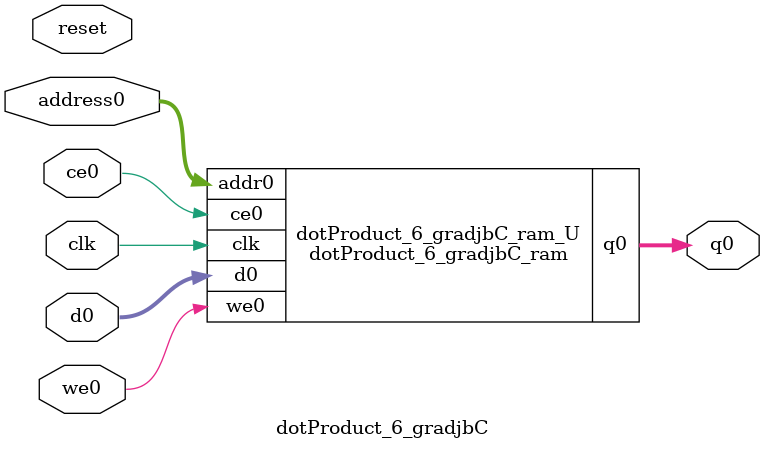
<source format=v>

`timescale 1 ns / 1 ps
module dotProduct_6_gradjbC_ram (addr0, ce0, d0, we0, q0,  clk);

parameter DWIDTH = 32;
parameter AWIDTH = 5;
parameter MEM_SIZE = 32;

input[AWIDTH-1:0] addr0;
input ce0;
input[DWIDTH-1:0] d0;
input we0;
output reg[DWIDTH-1:0] q0;
input clk;

(* ram_style = "block" *)reg [DWIDTH-1:0] ram[0:MEM_SIZE-1];




always @(posedge clk)  
begin 
    if (ce0) 
    begin
        if (we0) 
        begin 
            ram[addr0] <= d0; 
            q0 <= d0;
        end 
        else 
            q0 <= ram[addr0];
    end
end


endmodule


`timescale 1 ns / 1 ps
module dotProduct_6_gradjbC(
    reset,
    clk,
    address0,
    ce0,
    we0,
    d0,
    q0);

parameter DataWidth = 32'd32;
parameter AddressRange = 32'd32;
parameter AddressWidth = 32'd5;
input reset;
input clk;
input[AddressWidth - 1:0] address0;
input ce0;
input we0;
input[DataWidth - 1:0] d0;
output[DataWidth - 1:0] q0;



dotProduct_6_gradjbC_ram dotProduct_6_gradjbC_ram_U(
    .clk( clk ),
    .addr0( address0 ),
    .ce0( ce0 ),
    .we0( we0 ),
    .d0( d0 ),
    .q0( q0 ));

endmodule


</source>
